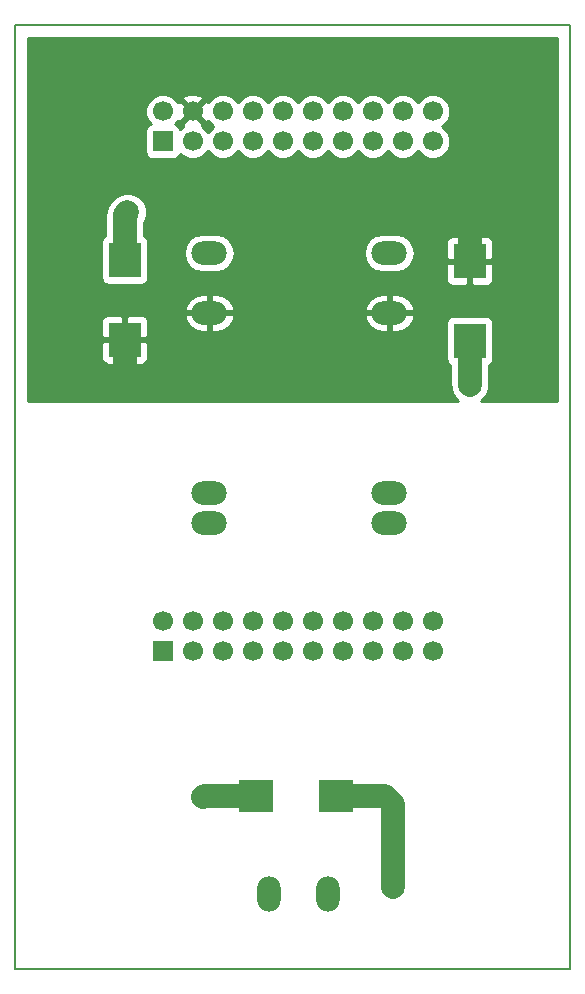
<source format=gbr>
G04 #@! TF.FileFunction,Copper,L1,Top,Signal*
%FSLAX46Y46*%
G04 Gerber Fmt 4.6, Leading zero omitted, Abs format (unit mm)*
G04 Created by KiCad (PCBNEW 4.0.6+dfsg1-1) date Thu Feb 15 15:57:09 2018*
%MOMM*%
%LPD*%
G01*
G04 APERTURE LIST*
%ADD10C,0.100000*%
%ADD11C,0.150000*%
%ADD12O,3.000000X2.000000*%
%ADD13R,2.950000X2.700000*%
%ADD14R,2.700000X2.950000*%
%ADD15O,2.000000X3.000000*%
%ADD16C,1.700000*%
%ADD17R,1.700000X1.700000*%
%ADD18C,2.000000*%
%ADD19C,2.000000*%
%ADD20C,0.254000*%
G04 APERTURE END LIST*
D10*
D11*
X0Y0D02*
X47000000Y0D01*
X0Y80000000D02*
X0Y0D01*
X47000000Y80000000D02*
X0Y80000000D01*
X47000000Y0D02*
X47000000Y80000000D01*
D12*
X16460000Y60660000D03*
X16460000Y55580000D03*
X16460000Y37800000D03*
X16460000Y40340000D03*
X31700000Y40340000D03*
X31700000Y37800000D03*
X31700000Y55580000D03*
X31700000Y60660000D03*
D13*
X27175000Y14700000D03*
X20425000Y14700000D03*
D14*
X9310000Y60075000D03*
X9310000Y53325000D03*
X38520000Y59975000D03*
X38520000Y53225000D03*
D15*
X21490000Y6410000D03*
X26490000Y6410000D03*
X26490000Y6410000D03*
X21490000Y6410000D03*
X21490000Y6410000D03*
X26490000Y6410000D03*
X26490000Y6410000D03*
X21490000Y6410000D03*
D16*
X35380000Y29460000D03*
X35380000Y26920000D03*
X32840000Y29460000D03*
X32840000Y26920000D03*
X30300000Y29460000D03*
X30300000Y26920000D03*
X27760000Y29460000D03*
X27760000Y26920000D03*
X25220000Y29460000D03*
X25220000Y26920000D03*
X22680000Y29460000D03*
X22680000Y26920000D03*
X20140000Y29460000D03*
X20140000Y26920000D03*
X17600000Y29460000D03*
X17600000Y26920000D03*
X15060000Y29460000D03*
X15060000Y26920000D03*
X12520000Y29460000D03*
D17*
X12520000Y26920000D03*
X12520000Y70100000D03*
D16*
X12520000Y72640000D03*
X15060000Y70100000D03*
X15060000Y72640000D03*
X17600000Y70100000D03*
X17600000Y72640000D03*
X20140000Y70100000D03*
X20140000Y72640000D03*
X22680000Y70100000D03*
X22680000Y72640000D03*
X25220000Y70100000D03*
X25220000Y72640000D03*
X27760000Y70100000D03*
X27760000Y72640000D03*
X30300000Y70100000D03*
X30300000Y72640000D03*
X32840000Y70100000D03*
X32840000Y72640000D03*
X35380000Y70100000D03*
X35380000Y72640000D03*
D18*
X32000000Y7000000D03*
X15910000Y14610000D03*
X9540000Y64120000D03*
X38820000Y63950000D03*
X9210000Y49590000D03*
X38530000Y49460000D03*
D19*
X27175000Y14700000D02*
X31300000Y14700000D01*
X32000000Y14000000D02*
X32000000Y7000000D01*
X31300000Y14700000D02*
X32000000Y14000000D01*
X16000000Y14700000D02*
X20425000Y14700000D01*
X15910000Y14610000D02*
X16000000Y14700000D01*
X9310000Y60075000D02*
X9310000Y63890000D01*
X9310000Y63890000D02*
X9540000Y64120000D01*
X38520000Y59975000D02*
X38520000Y63650000D01*
X38520000Y63650000D02*
X38820000Y63950000D01*
X9310000Y49690000D02*
X9310000Y53325000D01*
X9210000Y49590000D02*
X9310000Y49690000D01*
X38520000Y49470000D02*
X38520000Y53225000D01*
X38530000Y49460000D02*
X38520000Y49470000D01*
D20*
G36*
X45873000Y48127000D02*
X39508931Y48127000D01*
X39915278Y48532637D01*
X40164716Y49133352D01*
X40165284Y49783795D01*
X40155000Y49808684D01*
X40155000Y51178808D01*
X40321441Y51285910D01*
X40466431Y51498110D01*
X40517440Y51750000D01*
X40517440Y54700000D01*
X40473162Y54935317D01*
X40334090Y55151441D01*
X40121890Y55296431D01*
X39870000Y55347440D01*
X37170000Y55347440D01*
X36934683Y55303162D01*
X36718559Y55164090D01*
X36573569Y54951890D01*
X36522560Y54700000D01*
X36522560Y51750000D01*
X36566838Y51514683D01*
X36705910Y51298559D01*
X36885000Y51176192D01*
X36885000Y49470005D01*
X36884999Y49470000D01*
X36894964Y49419904D01*
X36894716Y49136205D01*
X37004011Y48871693D01*
X37009457Y48844312D01*
X37024831Y48821303D01*
X37143106Y48535057D01*
X37363846Y48313931D01*
X37363880Y48313880D01*
X37372926Y48304835D01*
X37550450Y48127000D01*
X1127000Y48127000D01*
X1127000Y53039250D01*
X7325000Y53039250D01*
X7325000Y51723691D01*
X7421673Y51490302D01*
X7600301Y51311673D01*
X7833690Y51215000D01*
X9024250Y51215000D01*
X9183000Y51373750D01*
X9183000Y53198000D01*
X9437000Y53198000D01*
X9437000Y51373750D01*
X9595750Y51215000D01*
X10786310Y51215000D01*
X11019699Y51311673D01*
X11198327Y51490302D01*
X11295000Y51723691D01*
X11295000Y53039250D01*
X11136250Y53198000D01*
X9437000Y53198000D01*
X9183000Y53198000D01*
X7483750Y53198000D01*
X7325000Y53039250D01*
X1127000Y53039250D01*
X1127000Y54926309D01*
X7325000Y54926309D01*
X7325000Y53610750D01*
X7483750Y53452000D01*
X9183000Y53452000D01*
X9183000Y55276250D01*
X9437000Y55276250D01*
X9437000Y53452000D01*
X11136250Y53452000D01*
X11295000Y53610750D01*
X11295000Y54926309D01*
X11198327Y55159698D01*
X11158460Y55199566D01*
X14369876Y55199566D01*
X14400856Y55071645D01*
X14714078Y54513683D01*
X15216980Y54118058D01*
X15833000Y53945000D01*
X16333000Y53945000D01*
X16333000Y55453000D01*
X16587000Y55453000D01*
X16587000Y53945000D01*
X17087000Y53945000D01*
X17703020Y54118058D01*
X18205922Y54513683D01*
X18519144Y55071645D01*
X18550124Y55199566D01*
X29609876Y55199566D01*
X29640856Y55071645D01*
X29954078Y54513683D01*
X30456980Y54118058D01*
X31073000Y53945000D01*
X31573000Y53945000D01*
X31573000Y55453000D01*
X31827000Y55453000D01*
X31827000Y53945000D01*
X32327000Y53945000D01*
X32943020Y54118058D01*
X33445922Y54513683D01*
X33759144Y55071645D01*
X33790124Y55199566D01*
X33670777Y55453000D01*
X31827000Y55453000D01*
X31573000Y55453000D01*
X29729223Y55453000D01*
X29609876Y55199566D01*
X18550124Y55199566D01*
X18430777Y55453000D01*
X16587000Y55453000D01*
X16333000Y55453000D01*
X14489223Y55453000D01*
X14369876Y55199566D01*
X11158460Y55199566D01*
X11019699Y55338327D01*
X10786310Y55435000D01*
X9595750Y55435000D01*
X9437000Y55276250D01*
X9183000Y55276250D01*
X9024250Y55435000D01*
X7833690Y55435000D01*
X7600301Y55338327D01*
X7421673Y55159698D01*
X7325000Y54926309D01*
X1127000Y54926309D01*
X1127000Y55960434D01*
X14369876Y55960434D01*
X14489223Y55707000D01*
X16333000Y55707000D01*
X16333000Y57215000D01*
X16587000Y57215000D01*
X16587000Y55707000D01*
X18430777Y55707000D01*
X18550124Y55960434D01*
X29609876Y55960434D01*
X29729223Y55707000D01*
X31573000Y55707000D01*
X31573000Y57215000D01*
X31827000Y57215000D01*
X31827000Y55707000D01*
X33670777Y55707000D01*
X33790124Y55960434D01*
X33759144Y56088355D01*
X33445922Y56646317D01*
X32943020Y57041942D01*
X32327000Y57215000D01*
X31827000Y57215000D01*
X31573000Y57215000D01*
X31073000Y57215000D01*
X30456980Y57041942D01*
X29954078Y56646317D01*
X29640856Y56088355D01*
X29609876Y55960434D01*
X18550124Y55960434D01*
X18519144Y56088355D01*
X18205922Y56646317D01*
X17703020Y57041942D01*
X17087000Y57215000D01*
X16587000Y57215000D01*
X16333000Y57215000D01*
X15833000Y57215000D01*
X15216980Y57041942D01*
X14714078Y56646317D01*
X14400856Y56088355D01*
X14369876Y55960434D01*
X1127000Y55960434D01*
X1127000Y61550000D01*
X7312560Y61550000D01*
X7312560Y58600000D01*
X7356838Y58364683D01*
X7495910Y58148559D01*
X7708110Y58003569D01*
X7960000Y57952560D01*
X10660000Y57952560D01*
X10895317Y57996838D01*
X11111441Y58135910D01*
X11256431Y58348110D01*
X11307440Y58600000D01*
X11307440Y60660000D01*
X14283173Y60660000D01*
X14407630Y60034313D01*
X14762053Y59503880D01*
X15292486Y59149457D01*
X15918173Y59025000D01*
X17001827Y59025000D01*
X17627514Y59149457D01*
X18157947Y59503880D01*
X18512370Y60034313D01*
X18636827Y60660000D01*
X29523173Y60660000D01*
X29647630Y60034313D01*
X30002053Y59503880D01*
X30532486Y59149457D01*
X31158173Y59025000D01*
X32241827Y59025000D01*
X32867514Y59149457D01*
X33397947Y59503880D01*
X33521806Y59689250D01*
X36535000Y59689250D01*
X36535000Y58373691D01*
X36631673Y58140302D01*
X36810301Y57961673D01*
X37043690Y57865000D01*
X38234250Y57865000D01*
X38393000Y58023750D01*
X38393000Y59848000D01*
X38647000Y59848000D01*
X38647000Y58023750D01*
X38805750Y57865000D01*
X39996310Y57865000D01*
X40229699Y57961673D01*
X40408327Y58140302D01*
X40505000Y58373691D01*
X40505000Y59689250D01*
X40346250Y59848000D01*
X38647000Y59848000D01*
X38393000Y59848000D01*
X36693750Y59848000D01*
X36535000Y59689250D01*
X33521806Y59689250D01*
X33752370Y60034313D01*
X33876827Y60660000D01*
X33752370Y61285687D01*
X33558184Y61576309D01*
X36535000Y61576309D01*
X36535000Y60260750D01*
X36693750Y60102000D01*
X38393000Y60102000D01*
X38393000Y61926250D01*
X38647000Y61926250D01*
X38647000Y60102000D01*
X40346250Y60102000D01*
X40505000Y60260750D01*
X40505000Y61576309D01*
X40408327Y61809698D01*
X40229699Y61988327D01*
X39996310Y62085000D01*
X38805750Y62085000D01*
X38647000Y61926250D01*
X38393000Y61926250D01*
X38234250Y62085000D01*
X37043690Y62085000D01*
X36810301Y61988327D01*
X36631673Y61809698D01*
X36535000Y61576309D01*
X33558184Y61576309D01*
X33397947Y61816120D01*
X32867514Y62170543D01*
X32241827Y62295000D01*
X31158173Y62295000D01*
X30532486Y62170543D01*
X30002053Y61816120D01*
X29647630Y61285687D01*
X29523173Y60660000D01*
X18636827Y60660000D01*
X18512370Y61285687D01*
X18157947Y61816120D01*
X17627514Y62170543D01*
X17001827Y62295000D01*
X15918173Y62295000D01*
X15292486Y62170543D01*
X14762053Y61816120D01*
X14407630Y61285687D01*
X14283173Y60660000D01*
X11307440Y60660000D01*
X11307440Y61550000D01*
X11263162Y61785317D01*
X11124090Y62001441D01*
X10945000Y62123808D01*
X10945000Y63240133D01*
X11174716Y63793352D01*
X11175284Y64443795D01*
X10926894Y65044943D01*
X10467363Y65505278D01*
X9866648Y65754716D01*
X9216205Y65755284D01*
X8615057Y65506894D01*
X8154722Y65047363D01*
X8154437Y65046677D01*
X8153880Y65046120D01*
X7799457Y64515688D01*
X7674999Y63890000D01*
X7675000Y63889995D01*
X7675000Y62121192D01*
X7508559Y62014090D01*
X7363569Y61801890D01*
X7312560Y61550000D01*
X1127000Y61550000D01*
X1127000Y70950000D01*
X11022560Y70950000D01*
X11022560Y69250000D01*
X11066838Y69014683D01*
X11205910Y68798559D01*
X11418110Y68653569D01*
X11670000Y68602560D01*
X13370000Y68602560D01*
X13605317Y68646838D01*
X13821441Y68785910D01*
X13966431Y68998110D01*
X13982496Y69077443D01*
X14217717Y68841812D01*
X14763319Y68615258D01*
X15354089Y68614743D01*
X15900086Y68840344D01*
X16318188Y69257717D01*
X16329748Y69285557D01*
X16340344Y69259914D01*
X16757717Y68841812D01*
X17303319Y68615258D01*
X17894089Y68614743D01*
X18440086Y68840344D01*
X18858188Y69257717D01*
X18869748Y69285557D01*
X18880344Y69259914D01*
X19297717Y68841812D01*
X19843319Y68615258D01*
X20434089Y68614743D01*
X20980086Y68840344D01*
X21398188Y69257717D01*
X21409748Y69285557D01*
X21420344Y69259914D01*
X21837717Y68841812D01*
X22383319Y68615258D01*
X22974089Y68614743D01*
X23520086Y68840344D01*
X23938188Y69257717D01*
X23949748Y69285557D01*
X23960344Y69259914D01*
X24377717Y68841812D01*
X24923319Y68615258D01*
X25514089Y68614743D01*
X26060086Y68840344D01*
X26478188Y69257717D01*
X26489748Y69285557D01*
X26500344Y69259914D01*
X26917717Y68841812D01*
X27463319Y68615258D01*
X28054089Y68614743D01*
X28600086Y68840344D01*
X29018188Y69257717D01*
X29029748Y69285557D01*
X29040344Y69259914D01*
X29457717Y68841812D01*
X30003319Y68615258D01*
X30594089Y68614743D01*
X31140086Y68840344D01*
X31558188Y69257717D01*
X31569748Y69285557D01*
X31580344Y69259914D01*
X31997717Y68841812D01*
X32543319Y68615258D01*
X33134089Y68614743D01*
X33680086Y68840344D01*
X34098188Y69257717D01*
X34109748Y69285557D01*
X34120344Y69259914D01*
X34537717Y68841812D01*
X35083319Y68615258D01*
X35674089Y68614743D01*
X36220086Y68840344D01*
X36638188Y69257717D01*
X36864742Y69803319D01*
X36865257Y70394089D01*
X36639656Y70940086D01*
X36222283Y71358188D01*
X36194443Y71369748D01*
X36220086Y71380344D01*
X36638188Y71797717D01*
X36864742Y72343319D01*
X36865257Y72934089D01*
X36639656Y73480086D01*
X36222283Y73898188D01*
X35676681Y74124742D01*
X35085911Y74125257D01*
X34539914Y73899656D01*
X34121812Y73482283D01*
X34110252Y73454443D01*
X34099656Y73480086D01*
X33682283Y73898188D01*
X33136681Y74124742D01*
X32545911Y74125257D01*
X31999914Y73899656D01*
X31581812Y73482283D01*
X31570252Y73454443D01*
X31559656Y73480086D01*
X31142283Y73898188D01*
X30596681Y74124742D01*
X30005911Y74125257D01*
X29459914Y73899656D01*
X29041812Y73482283D01*
X29030252Y73454443D01*
X29019656Y73480086D01*
X28602283Y73898188D01*
X28056681Y74124742D01*
X27465911Y74125257D01*
X26919914Y73899656D01*
X26501812Y73482283D01*
X26490252Y73454443D01*
X26479656Y73480086D01*
X26062283Y73898188D01*
X25516681Y74124742D01*
X24925911Y74125257D01*
X24379914Y73899656D01*
X23961812Y73482283D01*
X23950252Y73454443D01*
X23939656Y73480086D01*
X23522283Y73898188D01*
X22976681Y74124742D01*
X22385911Y74125257D01*
X21839914Y73899656D01*
X21421812Y73482283D01*
X21410252Y73454443D01*
X21399656Y73480086D01*
X20982283Y73898188D01*
X20436681Y74124742D01*
X19845911Y74125257D01*
X19299914Y73899656D01*
X18881812Y73482283D01*
X18870252Y73454443D01*
X18859656Y73480086D01*
X18442283Y73898188D01*
X17896681Y74124742D01*
X17305911Y74125257D01*
X16759914Y73899656D01*
X16341812Y73482283D01*
X16322049Y73434688D01*
X16103958Y73504353D01*
X15239605Y72640000D01*
X16103958Y71775647D01*
X16321640Y71845181D01*
X16340344Y71799914D01*
X16757717Y71381812D01*
X16785557Y71370252D01*
X16759914Y71359656D01*
X16341812Y70942283D01*
X16330252Y70914443D01*
X16319656Y70940086D01*
X15902283Y71358188D01*
X15854688Y71377951D01*
X15924353Y71596042D01*
X15060000Y72460395D01*
X14195647Y71596042D01*
X14265181Y71378360D01*
X14219914Y71359656D01*
X13984565Y71124717D01*
X13973162Y71185317D01*
X13834090Y71401441D01*
X13621890Y71546431D01*
X13542557Y71562496D01*
X13778188Y71797717D01*
X13797951Y71845312D01*
X14016042Y71775647D01*
X14880395Y72640000D01*
X14016042Y73504353D01*
X13798360Y73434819D01*
X13779656Y73480086D01*
X13576140Y73683958D01*
X14195647Y73683958D01*
X15060000Y72819605D01*
X15924353Y73683958D01*
X15844080Y73935259D01*
X15288721Y74136718D01*
X14698542Y74110315D01*
X14275920Y73935259D01*
X14195647Y73683958D01*
X13576140Y73683958D01*
X13362283Y73898188D01*
X12816681Y74124742D01*
X12225911Y74125257D01*
X11679914Y73899656D01*
X11261812Y73482283D01*
X11035258Y72936681D01*
X11034743Y72345911D01*
X11260344Y71799914D01*
X11495283Y71564565D01*
X11434683Y71553162D01*
X11218559Y71414090D01*
X11073569Y71201890D01*
X11022560Y70950000D01*
X1127000Y70950000D01*
X1127000Y78873000D01*
X45873000Y78873000D01*
X45873000Y48127000D01*
X45873000Y48127000D01*
G37*
X45873000Y48127000D02*
X39508931Y48127000D01*
X39915278Y48532637D01*
X40164716Y49133352D01*
X40165284Y49783795D01*
X40155000Y49808684D01*
X40155000Y51178808D01*
X40321441Y51285910D01*
X40466431Y51498110D01*
X40517440Y51750000D01*
X40517440Y54700000D01*
X40473162Y54935317D01*
X40334090Y55151441D01*
X40121890Y55296431D01*
X39870000Y55347440D01*
X37170000Y55347440D01*
X36934683Y55303162D01*
X36718559Y55164090D01*
X36573569Y54951890D01*
X36522560Y54700000D01*
X36522560Y51750000D01*
X36566838Y51514683D01*
X36705910Y51298559D01*
X36885000Y51176192D01*
X36885000Y49470005D01*
X36884999Y49470000D01*
X36894964Y49419904D01*
X36894716Y49136205D01*
X37004011Y48871693D01*
X37009457Y48844312D01*
X37024831Y48821303D01*
X37143106Y48535057D01*
X37363846Y48313931D01*
X37363880Y48313880D01*
X37372926Y48304835D01*
X37550450Y48127000D01*
X1127000Y48127000D01*
X1127000Y53039250D01*
X7325000Y53039250D01*
X7325000Y51723691D01*
X7421673Y51490302D01*
X7600301Y51311673D01*
X7833690Y51215000D01*
X9024250Y51215000D01*
X9183000Y51373750D01*
X9183000Y53198000D01*
X9437000Y53198000D01*
X9437000Y51373750D01*
X9595750Y51215000D01*
X10786310Y51215000D01*
X11019699Y51311673D01*
X11198327Y51490302D01*
X11295000Y51723691D01*
X11295000Y53039250D01*
X11136250Y53198000D01*
X9437000Y53198000D01*
X9183000Y53198000D01*
X7483750Y53198000D01*
X7325000Y53039250D01*
X1127000Y53039250D01*
X1127000Y54926309D01*
X7325000Y54926309D01*
X7325000Y53610750D01*
X7483750Y53452000D01*
X9183000Y53452000D01*
X9183000Y55276250D01*
X9437000Y55276250D01*
X9437000Y53452000D01*
X11136250Y53452000D01*
X11295000Y53610750D01*
X11295000Y54926309D01*
X11198327Y55159698D01*
X11158460Y55199566D01*
X14369876Y55199566D01*
X14400856Y55071645D01*
X14714078Y54513683D01*
X15216980Y54118058D01*
X15833000Y53945000D01*
X16333000Y53945000D01*
X16333000Y55453000D01*
X16587000Y55453000D01*
X16587000Y53945000D01*
X17087000Y53945000D01*
X17703020Y54118058D01*
X18205922Y54513683D01*
X18519144Y55071645D01*
X18550124Y55199566D01*
X29609876Y55199566D01*
X29640856Y55071645D01*
X29954078Y54513683D01*
X30456980Y54118058D01*
X31073000Y53945000D01*
X31573000Y53945000D01*
X31573000Y55453000D01*
X31827000Y55453000D01*
X31827000Y53945000D01*
X32327000Y53945000D01*
X32943020Y54118058D01*
X33445922Y54513683D01*
X33759144Y55071645D01*
X33790124Y55199566D01*
X33670777Y55453000D01*
X31827000Y55453000D01*
X31573000Y55453000D01*
X29729223Y55453000D01*
X29609876Y55199566D01*
X18550124Y55199566D01*
X18430777Y55453000D01*
X16587000Y55453000D01*
X16333000Y55453000D01*
X14489223Y55453000D01*
X14369876Y55199566D01*
X11158460Y55199566D01*
X11019699Y55338327D01*
X10786310Y55435000D01*
X9595750Y55435000D01*
X9437000Y55276250D01*
X9183000Y55276250D01*
X9024250Y55435000D01*
X7833690Y55435000D01*
X7600301Y55338327D01*
X7421673Y55159698D01*
X7325000Y54926309D01*
X1127000Y54926309D01*
X1127000Y55960434D01*
X14369876Y55960434D01*
X14489223Y55707000D01*
X16333000Y55707000D01*
X16333000Y57215000D01*
X16587000Y57215000D01*
X16587000Y55707000D01*
X18430777Y55707000D01*
X18550124Y55960434D01*
X29609876Y55960434D01*
X29729223Y55707000D01*
X31573000Y55707000D01*
X31573000Y57215000D01*
X31827000Y57215000D01*
X31827000Y55707000D01*
X33670777Y55707000D01*
X33790124Y55960434D01*
X33759144Y56088355D01*
X33445922Y56646317D01*
X32943020Y57041942D01*
X32327000Y57215000D01*
X31827000Y57215000D01*
X31573000Y57215000D01*
X31073000Y57215000D01*
X30456980Y57041942D01*
X29954078Y56646317D01*
X29640856Y56088355D01*
X29609876Y55960434D01*
X18550124Y55960434D01*
X18519144Y56088355D01*
X18205922Y56646317D01*
X17703020Y57041942D01*
X17087000Y57215000D01*
X16587000Y57215000D01*
X16333000Y57215000D01*
X15833000Y57215000D01*
X15216980Y57041942D01*
X14714078Y56646317D01*
X14400856Y56088355D01*
X14369876Y55960434D01*
X1127000Y55960434D01*
X1127000Y61550000D01*
X7312560Y61550000D01*
X7312560Y58600000D01*
X7356838Y58364683D01*
X7495910Y58148559D01*
X7708110Y58003569D01*
X7960000Y57952560D01*
X10660000Y57952560D01*
X10895317Y57996838D01*
X11111441Y58135910D01*
X11256431Y58348110D01*
X11307440Y58600000D01*
X11307440Y60660000D01*
X14283173Y60660000D01*
X14407630Y60034313D01*
X14762053Y59503880D01*
X15292486Y59149457D01*
X15918173Y59025000D01*
X17001827Y59025000D01*
X17627514Y59149457D01*
X18157947Y59503880D01*
X18512370Y60034313D01*
X18636827Y60660000D01*
X29523173Y60660000D01*
X29647630Y60034313D01*
X30002053Y59503880D01*
X30532486Y59149457D01*
X31158173Y59025000D01*
X32241827Y59025000D01*
X32867514Y59149457D01*
X33397947Y59503880D01*
X33521806Y59689250D01*
X36535000Y59689250D01*
X36535000Y58373691D01*
X36631673Y58140302D01*
X36810301Y57961673D01*
X37043690Y57865000D01*
X38234250Y57865000D01*
X38393000Y58023750D01*
X38393000Y59848000D01*
X38647000Y59848000D01*
X38647000Y58023750D01*
X38805750Y57865000D01*
X39996310Y57865000D01*
X40229699Y57961673D01*
X40408327Y58140302D01*
X40505000Y58373691D01*
X40505000Y59689250D01*
X40346250Y59848000D01*
X38647000Y59848000D01*
X38393000Y59848000D01*
X36693750Y59848000D01*
X36535000Y59689250D01*
X33521806Y59689250D01*
X33752370Y60034313D01*
X33876827Y60660000D01*
X33752370Y61285687D01*
X33558184Y61576309D01*
X36535000Y61576309D01*
X36535000Y60260750D01*
X36693750Y60102000D01*
X38393000Y60102000D01*
X38393000Y61926250D01*
X38647000Y61926250D01*
X38647000Y60102000D01*
X40346250Y60102000D01*
X40505000Y60260750D01*
X40505000Y61576309D01*
X40408327Y61809698D01*
X40229699Y61988327D01*
X39996310Y62085000D01*
X38805750Y62085000D01*
X38647000Y61926250D01*
X38393000Y61926250D01*
X38234250Y62085000D01*
X37043690Y62085000D01*
X36810301Y61988327D01*
X36631673Y61809698D01*
X36535000Y61576309D01*
X33558184Y61576309D01*
X33397947Y61816120D01*
X32867514Y62170543D01*
X32241827Y62295000D01*
X31158173Y62295000D01*
X30532486Y62170543D01*
X30002053Y61816120D01*
X29647630Y61285687D01*
X29523173Y60660000D01*
X18636827Y60660000D01*
X18512370Y61285687D01*
X18157947Y61816120D01*
X17627514Y62170543D01*
X17001827Y62295000D01*
X15918173Y62295000D01*
X15292486Y62170543D01*
X14762053Y61816120D01*
X14407630Y61285687D01*
X14283173Y60660000D01*
X11307440Y60660000D01*
X11307440Y61550000D01*
X11263162Y61785317D01*
X11124090Y62001441D01*
X10945000Y62123808D01*
X10945000Y63240133D01*
X11174716Y63793352D01*
X11175284Y64443795D01*
X10926894Y65044943D01*
X10467363Y65505278D01*
X9866648Y65754716D01*
X9216205Y65755284D01*
X8615057Y65506894D01*
X8154722Y65047363D01*
X8154437Y65046677D01*
X8153880Y65046120D01*
X7799457Y64515688D01*
X7674999Y63890000D01*
X7675000Y63889995D01*
X7675000Y62121192D01*
X7508559Y62014090D01*
X7363569Y61801890D01*
X7312560Y61550000D01*
X1127000Y61550000D01*
X1127000Y70950000D01*
X11022560Y70950000D01*
X11022560Y69250000D01*
X11066838Y69014683D01*
X11205910Y68798559D01*
X11418110Y68653569D01*
X11670000Y68602560D01*
X13370000Y68602560D01*
X13605317Y68646838D01*
X13821441Y68785910D01*
X13966431Y68998110D01*
X13982496Y69077443D01*
X14217717Y68841812D01*
X14763319Y68615258D01*
X15354089Y68614743D01*
X15900086Y68840344D01*
X16318188Y69257717D01*
X16329748Y69285557D01*
X16340344Y69259914D01*
X16757717Y68841812D01*
X17303319Y68615258D01*
X17894089Y68614743D01*
X18440086Y68840344D01*
X18858188Y69257717D01*
X18869748Y69285557D01*
X18880344Y69259914D01*
X19297717Y68841812D01*
X19843319Y68615258D01*
X20434089Y68614743D01*
X20980086Y68840344D01*
X21398188Y69257717D01*
X21409748Y69285557D01*
X21420344Y69259914D01*
X21837717Y68841812D01*
X22383319Y68615258D01*
X22974089Y68614743D01*
X23520086Y68840344D01*
X23938188Y69257717D01*
X23949748Y69285557D01*
X23960344Y69259914D01*
X24377717Y68841812D01*
X24923319Y68615258D01*
X25514089Y68614743D01*
X26060086Y68840344D01*
X26478188Y69257717D01*
X26489748Y69285557D01*
X26500344Y69259914D01*
X26917717Y68841812D01*
X27463319Y68615258D01*
X28054089Y68614743D01*
X28600086Y68840344D01*
X29018188Y69257717D01*
X29029748Y69285557D01*
X29040344Y69259914D01*
X29457717Y68841812D01*
X30003319Y68615258D01*
X30594089Y68614743D01*
X31140086Y68840344D01*
X31558188Y69257717D01*
X31569748Y69285557D01*
X31580344Y69259914D01*
X31997717Y68841812D01*
X32543319Y68615258D01*
X33134089Y68614743D01*
X33680086Y68840344D01*
X34098188Y69257717D01*
X34109748Y69285557D01*
X34120344Y69259914D01*
X34537717Y68841812D01*
X35083319Y68615258D01*
X35674089Y68614743D01*
X36220086Y68840344D01*
X36638188Y69257717D01*
X36864742Y69803319D01*
X36865257Y70394089D01*
X36639656Y70940086D01*
X36222283Y71358188D01*
X36194443Y71369748D01*
X36220086Y71380344D01*
X36638188Y71797717D01*
X36864742Y72343319D01*
X36865257Y72934089D01*
X36639656Y73480086D01*
X36222283Y73898188D01*
X35676681Y74124742D01*
X35085911Y74125257D01*
X34539914Y73899656D01*
X34121812Y73482283D01*
X34110252Y73454443D01*
X34099656Y73480086D01*
X33682283Y73898188D01*
X33136681Y74124742D01*
X32545911Y74125257D01*
X31999914Y73899656D01*
X31581812Y73482283D01*
X31570252Y73454443D01*
X31559656Y73480086D01*
X31142283Y73898188D01*
X30596681Y74124742D01*
X30005911Y74125257D01*
X29459914Y73899656D01*
X29041812Y73482283D01*
X29030252Y73454443D01*
X29019656Y73480086D01*
X28602283Y73898188D01*
X28056681Y74124742D01*
X27465911Y74125257D01*
X26919914Y73899656D01*
X26501812Y73482283D01*
X26490252Y73454443D01*
X26479656Y73480086D01*
X26062283Y73898188D01*
X25516681Y74124742D01*
X24925911Y74125257D01*
X24379914Y73899656D01*
X23961812Y73482283D01*
X23950252Y73454443D01*
X23939656Y73480086D01*
X23522283Y73898188D01*
X22976681Y74124742D01*
X22385911Y74125257D01*
X21839914Y73899656D01*
X21421812Y73482283D01*
X21410252Y73454443D01*
X21399656Y73480086D01*
X20982283Y73898188D01*
X20436681Y74124742D01*
X19845911Y74125257D01*
X19299914Y73899656D01*
X18881812Y73482283D01*
X18870252Y73454443D01*
X18859656Y73480086D01*
X18442283Y73898188D01*
X17896681Y74124742D01*
X17305911Y74125257D01*
X16759914Y73899656D01*
X16341812Y73482283D01*
X16322049Y73434688D01*
X16103958Y73504353D01*
X15239605Y72640000D01*
X16103958Y71775647D01*
X16321640Y71845181D01*
X16340344Y71799914D01*
X16757717Y71381812D01*
X16785557Y71370252D01*
X16759914Y71359656D01*
X16341812Y70942283D01*
X16330252Y70914443D01*
X16319656Y70940086D01*
X15902283Y71358188D01*
X15854688Y71377951D01*
X15924353Y71596042D01*
X15060000Y72460395D01*
X14195647Y71596042D01*
X14265181Y71378360D01*
X14219914Y71359656D01*
X13984565Y71124717D01*
X13973162Y71185317D01*
X13834090Y71401441D01*
X13621890Y71546431D01*
X13542557Y71562496D01*
X13778188Y71797717D01*
X13797951Y71845312D01*
X14016042Y71775647D01*
X14880395Y72640000D01*
X14016042Y73504353D01*
X13798360Y73434819D01*
X13779656Y73480086D01*
X13576140Y73683958D01*
X14195647Y73683958D01*
X15060000Y72819605D01*
X15924353Y73683958D01*
X15844080Y73935259D01*
X15288721Y74136718D01*
X14698542Y74110315D01*
X14275920Y73935259D01*
X14195647Y73683958D01*
X13576140Y73683958D01*
X13362283Y73898188D01*
X12816681Y74124742D01*
X12225911Y74125257D01*
X11679914Y73899656D01*
X11261812Y73482283D01*
X11035258Y72936681D01*
X11034743Y72345911D01*
X11260344Y71799914D01*
X11495283Y71564565D01*
X11434683Y71553162D01*
X11218559Y71414090D01*
X11073569Y71201890D01*
X11022560Y70950000D01*
X1127000Y70950000D01*
X1127000Y78873000D01*
X45873000Y78873000D01*
X45873000Y48127000D01*
M02*

</source>
